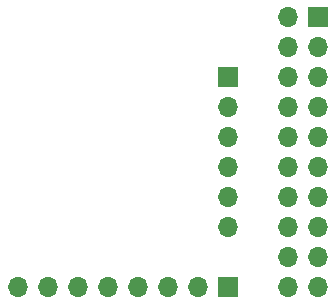
<source format=gts>
G04 #@! TF.GenerationSoftware,KiCad,Pcbnew,8.0.4*
G04 #@! TF.CreationDate,2024-08-09T15:13:23+02:00*
G04 #@! TF.ProjectId,acorn-userport-microsd-adapter,61636f72-6e2d-4757-9365-72706f72742d,rev?*
G04 #@! TF.SameCoordinates,Original*
G04 #@! TF.FileFunction,Soldermask,Top*
G04 #@! TF.FilePolarity,Negative*
%FSLAX46Y46*%
G04 Gerber Fmt 4.6, Leading zero omitted, Abs format (unit mm)*
G04 Created by KiCad (PCBNEW 8.0.4) date 2024-08-09 15:13:23*
%MOMM*%
%LPD*%
G01*
G04 APERTURE LIST*
%ADD10R,1.700000X1.700000*%
%ADD11O,1.700000X1.700000*%
G04 APERTURE END LIST*
D10*
X152400000Y-50800000D03*
D11*
X149860000Y-50800000D03*
X152400000Y-53340000D03*
X149860000Y-53340000D03*
X152400000Y-55880000D03*
X149860000Y-55880000D03*
X152400000Y-58420000D03*
X149860000Y-58420000D03*
X152400000Y-60960000D03*
X149860000Y-60960000D03*
X152400000Y-63500000D03*
X149860000Y-63500000D03*
X152400000Y-66040000D03*
X149860000Y-66040000D03*
X152400000Y-68580000D03*
X149860000Y-68580000D03*
X152400000Y-71120000D03*
X149860000Y-71120000D03*
X152400000Y-73660000D03*
X149860000Y-73660000D03*
D10*
X144780000Y-55880000D03*
D11*
X144780000Y-58420000D03*
X144780000Y-60960000D03*
X144780000Y-63500000D03*
X144780000Y-66040000D03*
X144780000Y-68580000D03*
D10*
X144765000Y-73660000D03*
D11*
X142225000Y-73660000D03*
X139685000Y-73660000D03*
X137145000Y-73660000D03*
X134605000Y-73660000D03*
X132065000Y-73660000D03*
X129525000Y-73660000D03*
X126985000Y-73660000D03*
M02*

</source>
